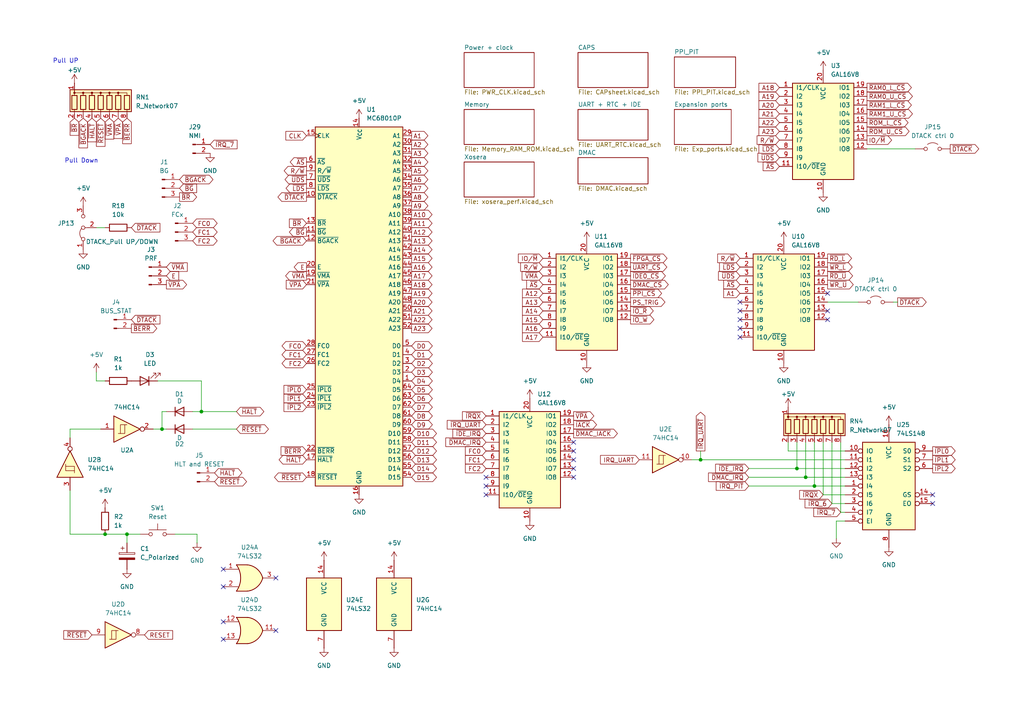
<source format=kicad_sch>
(kicad_sch (version 20250114) (generator "eeschema") (generator_version "9.0")
  (paper "A4")
  (text "Pull Down" (at 23.622 46.736 0) (effects (font (size 1.27 1.27))))
  (text "Pull UP\n" (at 19.05 17.78 0) (effects (font (size 1.27 1.27))))
  (junction (at 30.48 154.94))
  (junction (at 233.68 138.43))
  (junction (at 231.14 135.89))
  (junction (at 36.83 154.94))
  (junction (at 58.42 119.38))
  (junction (at 203.2 133.35))
  (junction (at 236.22 140.97))
  (junction (at 46.99 124.46))
  (no_connect (at 214.63 95.25))
  (no_connect (at 64.77 185.42))
  (no_connect (at 240.03 90.17))
  (no_connect (at 64.77 165.1))
  (no_connect (at 140.97 140.97))
  (no_connect (at 166.37 133.35))
  (no_connect (at 166.37 130.81))
  (no_connect (at 166.37 138.43))
  (no_connect (at 80.01 167.64))
  (no_connect (at 270.51 143.51))
  (no_connect (at 240.03 85.09))
  (no_connect (at 80.01 182.88))
  (no_connect (at 214.63 87.63))
  (no_connect (at 64.77 170.18))
  (no_connect (at 240.03 92.71))
  (no_connect (at 214.63 90.17))
  (no_connect (at 140.97 138.43))
  (no_connect (at 214.63 92.71))
  (no_connect (at 140.97 143.51))
  (no_connect (at 214.63 97.79))
  (no_connect (at 64.77 180.34))
  (no_connect (at 166.37 128.27))
  (no_connect (at 270.51 146.05))
  (no_connect (at 166.37 135.89))
  (wire (pts (xy 45.72 110.49) (xy 58.42 110.49)))
  (wire (pts (xy 46.99 124.46) (xy 48.26 124.46)))
  (wire (pts (xy 236.22 128.27) (xy 236.22 140.97)))
  (wire (pts (xy 36.83 157.48) (xy 36.83 154.94)))
  (wire (pts (xy 46.99 119.38) (xy 46.99 124.46)))
  (wire (pts (xy 57.15 154.94) (xy 57.15 157.48)))
  (wire (pts (xy 238.76 143.51) (xy 238.76 128.27)))
  (wire (pts (xy 20.32 154.94) (xy 30.48 154.94)))
  (wire (pts (xy 55.88 119.38) (xy 58.42 119.38)))
  (wire (pts (xy 217.17 138.43) (xy 233.68 138.43)))
  (wire (pts (xy 240.03 87.63) (xy 248.92 87.63)))
  (wire (pts (xy 251.46 43.18) (xy 265.43 43.18)))
  (wire (pts (xy 27.94 110.49) (xy 30.48 110.49)))
  (wire (pts (xy 259.08 87.63) (xy 260.35 87.63)))
  (wire (pts (xy 27.94 66.04) (xy 30.48 66.04)))
  (wire (pts (xy 243.84 148.59) (xy 243.84 128.27)))
  (wire (pts (xy 241.3 128.27) (xy 241.3 146.05)))
  (wire (pts (xy 203.2 133.35) (xy 245.11 133.35)))
  (wire (pts (xy 46.99 124.46) (xy 44.45 124.46)))
  (wire (pts (xy 50.8 154.94) (xy 57.15 154.94)))
  (wire (pts (xy 241.3 146.05) (xy 245.11 146.05)))
  (wire (pts (xy 58.42 119.38) (xy 68.58 119.38)))
  (wire (pts (xy 236.22 140.97) (xy 245.11 140.97)))
  (wire (pts (xy 27.94 107.95) (xy 27.94 110.49)))
  (wire (pts (xy 228.6 130.81) (xy 245.11 130.81)))
  (wire (pts (xy 242.57 156.21) (xy 242.57 151.13)))
  (wire (pts (xy 30.48 154.94) (xy 36.83 154.94)))
  (wire (pts (xy 233.68 138.43) (xy 245.11 138.43)))
  (wire (pts (xy 228.6 128.27) (xy 228.6 130.81)))
  (wire (pts (xy 233.68 128.27) (xy 233.68 138.43)))
  (wire (pts (xy 242.57 151.13) (xy 245.11 151.13)))
  (wire (pts (xy 48.26 119.38) (xy 46.99 119.38)))
  (wire (pts (xy 231.14 135.89) (xy 245.11 135.89)))
  (wire (pts (xy 245.11 143.51) (xy 238.76 143.51)))
  (wire (pts (xy 245.11 148.59) (xy 243.84 148.59)))
  (wire (pts (xy 55.88 124.46) (xy 68.58 124.46)))
  (wire (pts (xy 217.17 135.89) (xy 231.14 135.89)))
  (wire (pts (xy 20.32 142.24) (xy 20.32 154.94)))
  (wire (pts (xy 58.42 110.49) (xy 58.42 119.38)))
  (wire (pts (xy 20.32 127) (xy 20.32 124.46)))
  (wire (pts (xy 36.83 154.94) (xy 40.64 154.94)))
  (wire (pts (xy 217.17 140.97) (xy 236.22 140.97)))
  (wire (pts (xy 203.2 130.81) (xy 203.2 133.35)))
  (wire (pts (xy 20.32 124.46) (xy 29.21 124.46)))
  (wire (pts (xy 200.66 133.35) (xy 203.2 133.35)))
  (wire (pts (xy 231.14 128.27) (xy 231.14 135.89)))
  (global_label "A16" (shape output) (at 119.38 77.47 0) (property "Intersheetrefs" "${INTERSHEET_REFS}" (effects (hide yes))))
  (global_label "~{IPL1}" (shape output) (at 270.51 133.35 0) (property "Intersheetrefs" "${INTERSHEET_REFS}" (effects (hide yes))))
  (global_label "A14" (shape output) (at 119.38 72.39 0) (property "Intersheetrefs" "${INTERSHEET_REFS}" (effects (hide yes))))
  (global_label "FC2" (shape bidirectional) (at 55.88 69.85 0) (property "Intersheetrefs" "${INTERSHEET_REFS}" (effects (hide yes))))
  (global_label "~{VPA}" (shape input) (at 34.29 34.29 270) (property "Intersheetrefs" "${INTERSHEET_REFS}" (effects (hide yes))))
  (global_label "A7" (shape output) (at 119.38 54.61 0) (property "Intersheetrefs" "${INTERSHEET_REFS}" (effects (hide yes))))
  (global_label "A9" (shape output) (at 119.38 59.69 0) (property "Intersheetrefs" "${INTERSHEET_REFS}" (effects (hide yes))))
  (global_label "~{BERR}" (shape input) (at 88.9 130.81 180) (property "Intersheetrefs" "${INTERSHEET_REFS}" (effects (hide yes))))
  (global_label "~{IRQ_7}" (shape input) (at 60.96 41.91 0) (property "Intersheetrefs" "${INTERSHEET_REFS}" (effects (hide yes))))
  (global_label "~{HALT}" (shape input) (at 26.67 34.29 270) (property "Intersheetrefs" "${INTERSHEET_REFS}" (effects (hide yes))))
  (global_label "PS_TRIG" (shape output) (at 182.88 87.63 0) (property "Intersheetrefs" "${INTERSHEET_REFS}" (effects (hide yes))))
  (global_label "~{WR_L}" (shape output) (at 240.03 77.47 0) (property "Intersheetrefs" "${INTERSHEET_REFS}" (effects (hide yes))))
  (global_label "~{BR}" (shape output) (at 52.07 57.15 0) (property "Intersheetrefs" "${INTERSHEET_REFS}" (effects (hide yes))))
  (global_label "E" (shape output) (at 88.9 77.47 180) (property "Intersheetrefs" "${INTERSHEET_REFS}" (effects (hide yes))))
  (global_label "D10" (shape bidirectional) (at 119.38 125.73 0) (property "Intersheetrefs" "${INTERSHEET_REFS}" (effects (hide yes))))
  (global_label "~{BGACK}" (shape bidirectional) (at 52.07 52.07 0) (property "Intersheetrefs" "${INTERSHEET_REFS}" (effects (hide yes))))
  (global_label "~{LDS}" (shape output) (at 88.9 54.61 180) (property "Intersheetrefs" "${INTERSHEET_REFS}" (effects (hide yes))))
  (global_label "~{DTACK}" (shape output) (at 275.59 43.18 0) (property "Intersheetrefs" "${INTERSHEET_REFS}" (effects (hide yes))))
  (global_label "~{IPL0}" (shape output) (at 270.51 130.81 0) (property "Intersheetrefs" "${INTERSHEET_REFS}" (effects (hide yes))))
  (global_label "~{IRQ_UART}" (shape output) (at 203.2 130.81 90) (property "Intersheetrefs" "${INTERSHEET_REFS}" (effects (hide yes))))
  (global_label "~{RD_L}" (shape output) (at 240.03 74.93 0) (property "Intersheetrefs" "${INTERSHEET_REFS}" (effects (hide yes))))
  (global_label "A23" (shape input) (at 226.06 38.1 180) (property "Intersheetrefs" "${INTERSHEET_REFS}" (effects (hide yes))))
  (global_label "~{IDE_IRQ}" (shape input) (at 140.97 125.73 180) (property "Intersheetrefs" "${INTERSHEET_REFS}" (effects (hide yes))))
  (global_label "A19" (shape input) (at 226.06 27.94 180) (property "Intersheetrefs" "${INTERSHEET_REFS}" (effects (hide yes))))
  (global_label "D0" (shape bidirectional) (at 119.38 100.33 0) (property "Intersheetrefs" "${INTERSHEET_REFS}" (effects (hide yes))))
  (global_label "D12" (shape bidirectional) (at 119.38 130.81 0) (property "Intersheetrefs" "${INTERSHEET_REFS}" (effects (hide yes))))
  (global_label "A20" (shape output) (at 119.38 87.63 0) (property "Intersheetrefs" "${INTERSHEET_REFS}" (effects (hide yes))))
  (global_label "IO{slash}~{M}" (shape output) (at 251.46 40.64 0) (property "Intersheetrefs" "${INTERSHEET_REFS}" (effects (hide yes))))
  (global_label "~{IRQ_UART}" (shape input) (at 140.97 123.19 180) (property "Intersheetrefs" "${INTERSHEET_REFS}" (effects (hide yes))))
  (global_label "A6" (shape output) (at 119.38 52.07 0) (property "Intersheetrefs" "${INTERSHEET_REFS}" (effects (hide yes))))
  (global_label "A20" (shape input) (at 226.06 30.48 180) (property "Intersheetrefs" "${INTERSHEET_REFS}" (effects (hide yes))))
  (global_label "E" (shape input) (at 48.26 80.01 0) (property "Intersheetrefs" "${INTERSHEET_REFS}" (effects (hide yes))))
  (global_label "~{DTACK}" (shape output) (at 260.35 87.63 0) (property "Intersheetrefs" "${INTERSHEET_REFS}" (effects (hide yes))))
  (global_label "~{RESET}" (shape input) (at 26.67 184.15 180) (property "Intersheetrefs" "${INTERSHEET_REFS}" (effects (hide yes))))
  (global_label "R{slash}~{W}" (shape input) (at 214.63 74.93 180) (property "Intersheetrefs" "${INTERSHEET_REFS}" (effects (hide yes))))
  (global_label "~{VPA}" (shape output) (at 166.37 120.65 0) (property "Intersheetrefs" "${INTERSHEET_REFS}" (effects (hide yes))))
  (global_label "A13" (shape input) (at 157.48 87.63 180) (property "Intersheetrefs" "${INTERSHEET_REFS}" (effects (hide yes))))
  (global_label "D9" (shape bidirectional) (at 119.38 123.19 0) (property "Intersheetrefs" "${INTERSHEET_REFS}" (effects (hide yes))))
  (global_label "~{ROM_U_CS}" (shape output) (at 251.46 38.1 0) (property "Intersheetrefs" "${INTERSHEET_REFS}" (effects (hide yes))))
  (global_label "~{IPL2}" (shape output) (at 270.51 135.89 0) (property "Intersheetrefs" "${INTERSHEET_REFS}" (effects (hide yes))))
  (global_label "D3" (shape bidirectional) (at 119.38 107.95 0) (property "Intersheetrefs" "${INTERSHEET_REFS}" (effects (hide yes))))
  (global_label "R{slash}~{W}" (shape input) (at 226.06 40.64 180) (property "Intersheetrefs" "${INTERSHEET_REFS}" (effects (hide yes))))
  (global_label "~{ROM_L_CS}" (shape output) (at 251.46 35.56 0) (property "Intersheetrefs" "${INTERSHEET_REFS}" (effects (hide yes))))
  (global_label "~{BG}" (shape input) (at 52.07 54.61 0) (property "Intersheetrefs" "${INTERSHEET_REFS}" (effects (hide yes))))
  (global_label "~{HALT}" (shape bidirectional) (at 68.58 119.38 0) (property "Intersheetrefs" "${INTERSHEET_REFS}" (effects (hide yes))))
  (global_label "~{VMA}" (shape input) (at 48.26 77.47 0) (property "Intersheetrefs" "${INTERSHEET_REFS}" (effects (hide yes))))
  (global_label "~{DTACK}" (shape input) (at 38.1 66.04 0) (property "Intersheetrefs" "${INTERSHEET_REFS}" (effects (hide yes))))
  (global_label "A22" (shape input) (at 226.06 35.56 180) (property "Intersheetrefs" "${INTERSHEET_REFS}" (effects (hide yes))))
  (global_label "A15" (shape input) (at 157.48 92.71 180) (property "Intersheetrefs" "${INTERSHEET_REFS}" (effects (hide yes))))
  (global_label "A1" (shape output) (at 119.38 39.37 0) (property "Intersheetrefs" "${INTERSHEET_REFS}" (effects (hide yes))))
  (global_label "~{DMAC_IRQ}" (shape input) (at 140.97 128.27 180) (property "Intersheetrefs" "${INTERSHEET_REFS}" (effects (hide yes))))
  (global_label "A22" (shape output) (at 119.38 92.71 0) (property "Intersheetrefs" "${INTERSHEET_REFS}" (effects (hide yes))))
  (global_label "~{BR}" (shape input) (at 21.59 34.29 270) (property "Intersheetrefs" "${INTERSHEET_REFS}" (effects (hide yes))))
  (global_label "A23" (shape output) (at 119.38 95.25 0) (property "Intersheetrefs" "${INTERSHEET_REFS}" (effects (hide yes))))
  (global_label "~{LDS}" (shape input) (at 226.06 43.18 180) (property "Intersheetrefs" "${INTERSHEET_REFS}" (effects (hide yes))))
  (global_label "~{LDS}" (shape input) (at 214.63 77.47 180) (property "Intersheetrefs" "${INTERSHEET_REFS}" (effects (hide yes))))
  (global_label "A2" (shape output) (at 119.38 41.91 0) (property "Intersheetrefs" "${INTERSHEET_REFS}" (effects (hide yes))))
  (global_label "~{DTACK}" (shape output) (at 88.9 57.15 180) (property "Intersheetrefs" "${INTERSHEET_REFS}" (effects (hide yes))))
  (global_label "~{FPGA_CS}" (shape output) (at 182.88 74.93 0) (property "Intersheetrefs" "${INTERSHEET_REFS}" (effects (hide yes))))
  (global_label "~{BGACK}" (shape bidirectional) (at 88.9 69.85 180) (property "Intersheetrefs" "${INTERSHEET_REFS}" (effects (hide yes))))
  (global_label "FC0" (shape bidirectional) (at 55.88 64.77 0) (property "Intersheetrefs" "${INTERSHEET_REFS}" (effects (hide yes))))
  (global_label "R{slash}~{W}" (shape output) (at 88.9 49.53 180) (property "Intersheetrefs" "${INTERSHEET_REFS}" (effects (hide yes))))
  (global_label "A10" (shape output) (at 119.38 62.23 0) (property "Intersheetrefs" "${INTERSHEET_REFS}" (effects (hide yes))))
  (global_label "~{UDS}" (shape input) (at 214.63 80.01 180) (property "Intersheetrefs" "${INTERSHEET_REFS}" (effects (hide yes))))
  (global_label "A14" (shape input) (at 157.48 90.17 180) (property "Intersheetrefs" "${INTERSHEET_REFS}" (effects (hide yes))))
  (global_label "~{UDS}" (shape input) (at 226.06 45.72 180) (property "Intersheetrefs" "${INTERSHEET_REFS}" (effects (hide yes))))
  (global_label "~{HALT}" (shape bidirectional) (at 88.9 133.35 180) (property "Intersheetrefs" "${INTERSHEET_REFS}" (effects (hide yes))))
  (global_label "A11" (shape output) (at 119.38 64.77 0) (property "Intersheetrefs" "${INTERSHEET_REFS}" (effects (hide yes))))
  (global_label "D8" (shape bidirectional) (at 119.38 120.65 0) (property "Intersheetrefs" "${INTERSHEET_REFS}" (effects (hide yes))))
  (global_label "D1" (shape bidirectional) (at 119.38 102.87 0) (property "Intersheetrefs" "${INTERSHEET_REFS}" (effects (hide yes))))
  (global_label "A17" (shape input) (at 157.48 97.79 180) (property "Intersheetrefs" "${INTERSHEET_REFS}" (effects (hide yes))))
  (global_label "~{DTACK}" (shape input) (at 38.1 92.71 0) (property "Intersheetrefs" "${INTERSHEET_REFS}" (effects (hide yes))))
  (global_label "A15" (shape output) (at 119.38 74.93 0) (property "Intersheetrefs" "${INTERSHEET_REFS}" (effects (hide yes))))
  (global_label "~{IDE0_CS}" (shape output) (at 182.88 80.01 0) (property "Intersheetrefs" "${INTERSHEET_REFS}" (effects (hide yes))))
  (global_label "~{DMAC_IRQ}" (shape input) (at 217.17 138.43 180) (property "Intersheetrefs" "${INTERSHEET_REFS}" (effects (hide yes))))
  (global_label "~{DMAC_IACK}" (shape output) (at 166.37 125.73 0) (property "Intersheetrefs" "${INTERSHEET_REFS}" (effects (hide yes))))
  (global_label "A21" (shape output) (at 119.38 90.17 0) (property "Intersheetrefs" "${INTERSHEET_REFS}" (effects (hide yes))))
  (global_label "~{VMA}" (shape output) (at 88.9 80.01 180) (property "Intersheetrefs" "${INTERSHEET_REFS}" (effects (hide yes))))
  (global_label "~{IO_R}" (shape output) (at 182.88 90.17 0) (property "Intersheetrefs" "${INTERSHEET_REFS}" (effects (hide yes))))
  (global_label "A18" (shape input) (at 226.06 25.4 180) (property "Intersheetrefs" "${INTERSHEET_REFS}" (effects (hide yes))))
  (global_label "~{DMAC_CS}" (shape output) (at 182.88 82.55 0) (property "Intersheetrefs" "${INTERSHEET_REFS}" (effects (hide yes))))
  (global_label "D7" (shape bidirectional) (at 119.38 118.11 0) (property "Intersheetrefs" "${INTERSHEET_REFS}" (effects (hide yes))))
  (global_label "~{WR_U}" (shape output) (at 240.03 82.55 0) (property "Intersheetrefs" "${INTERSHEET_REFS}" (effects (hide yes))))
  (global_label "D11" (shape bidirectional) (at 119.38 128.27 0) (property "Intersheetrefs" "${INTERSHEET_REFS}" (effects (hide yes))))
  (global_label "~{IPL0}" (shape input) (at 88.9 113.03 180) (property "Intersheetrefs" "${INTERSHEET_REFS}" (effects (hide yes))))
  (global_label "~{RD_U}" (shape output) (at 240.03 80.01 0) (property "Intersheetrefs" "${INTERSHEET_REFS}" (effects (hide yes))))
  (global_label "FC1" (shape input) (at 140.97 133.35 180) (property "Intersheetrefs" "${INTERSHEET_REFS}" (effects (hide yes))))
  (global_label "~{RAM0_L_CS}" (shape output) (at 251.46 25.4 0) (property "Intersheetrefs" "${INTERSHEET_REFS}" (effects (hide yes))))
  (global_label "A16" (shape input) (at 157.48 95.25 180) (property "Intersheetrefs" "${INTERSHEET_REFS}" (effects (hide yes))))
  (global_label "FC0" (shape bidirectional) (at 88.9 100.33 180) (property "Intersheetrefs" "${INTERSHEET_REFS}" (effects (hide yes))))
  (global_label "A8" (shape output) (at 119.38 57.15 0) (property "Intersheetrefs" "${INTERSHEET_REFS}" (effects (hide yes))))
  (global_label "FC2" (shape input) (at 140.97 135.89 180) (property "Intersheetrefs" "${INTERSHEET_REFS}" (effects (hide yes))))
  (global_label "~{AS}" (shape input) (at 214.63 82.55 180) (property "Intersheetrefs" "${INTERSHEET_REFS}" (effects (hide yes))))
  (global_label "A21" (shape input) (at 226.06 33.02 180) (property "Intersheetrefs" "${INTERSHEET_REFS}" (effects (hide yes))))
  (global_label "D15" (shape bidirectional) (at 119.38 138.43 0) (property "Intersheetrefs" "${INTERSHEET_REFS}" (effects (hide yes))))
  (global_label "~{HALT}" (shape bidirectional) (at 62.23 137.16 0) (property "Intersheetrefs" "${INTERSHEET_REFS}" (effects (hide yes))))
  (global_label "~{RESET}" (shape bidirectional) (at 88.9 138.43 180) (property "Intersheetrefs" "${INTERSHEET_REFS}" (effects (hide yes))))
  (global_label "CLK" (shape input) (at 88.9 39.37 180) (property "Intersheetrefs" "${INTERSHEET_REFS}" (effects (hide yes))))
  (global_label "D4" (shape bidirectional) (at 119.38 110.49 0) (property "Intersheetrefs" "${INTERSHEET_REFS}" (effects (hide yes))))
  (global_label "~{UDS}" (shape output) (at 88.9 52.07 180) (property "Intersheetrefs" "${INTERSHEET_REFS}" (effects (hide yes))))
  (global_label "A3" (shape output) (at 119.38 44.45 0) (property "Intersheetrefs" "${INTERSHEET_REFS}" (effects (hide yes))))
  (global_label "~{IRQ_7}" (shape input) (at 243.84 148.59 180) (property "Intersheetrefs" "${INTERSHEET_REFS}" (effects (hide yes))))
  (global_label "~{AS}" (shape input) (at 226.06 48.26 180) (property "Intersheetrefs" "${INTERSHEET_REFS}" (effects (hide yes))))
  (global_label "D13" (shape bidirectional) (at 119.38 133.35 0) (property "Intersheetrefs" "${INTERSHEET_REFS}" (effects (hide yes))))
  (global_label "~{IO_W}" (shape output) (at 182.88 92.71 0) (property "Intersheetrefs" "${INTERSHEET_REFS}" (effects (hide yes))))
  (global_label "~{IPL1}" (shape input) (at 88.9 115.57 180) (property "Intersheetrefs" "${INTERSHEET_REFS}" (effects (hide yes))))
  (global_label "~{BG}" (shape output) (at 88.9 67.31 180) (property "Intersheetrefs" "${INTERSHEET_REFS}" (effects (hide yes))))
  (global_label "FC0" (shape input) (at 140.97 130.81 180) (property "Intersheetrefs" "${INTERSHEET_REFS}" (effects (hide yes))))
  (global_label "~{AS}" (shape output) (at 88.9 46.99 180) (property "Intersheetrefs" "${INTERSHEET_REFS}" (effects (hide yes))))
  (global_label "~{VMA}" (shape input) (at 157.48 80.01 180) (property "Intersheetrefs" "${INTERSHEET_REFS}" (effects (hide yes))))
  (global_label "R{slash}~{W}" (shape input) (at 157.48 77.47 180) (property "Intersheetrefs" "${INTERSHEET_REFS}" (effects (hide yes))))
  (global_label "~{VPA}" (shape input) (at 88.9 82.55 180) (property "Intersheetrefs" "${INTERSHEET_REFS}" (effects (hide yes))))
  (global_label "~{IRQ_6}" (shape input) (at 241.3 146.05 180) (property "Intersheetrefs" "${INTERSHEET_REFS}" (effects (hide yes))))
  (global_label "~{IRQ_PIT}" (shape input) (at 217.17 140.97 180) (property "Intersheetrefs" "${INTERSHEET_REFS}" (effects (hide yes))))
  (global_label "~{RAM0_U_CS}" (shape output) (at 251.46 27.94 0) (property "Intersheetrefs" "${INTERSHEET_REFS}" (effects (hide yes))))
  (global_label "~{RESET}" (shape input) (at 29.21 34.29 270) (property "Intersheetrefs" "${INTERSHEET_REFS}" (effects (hide yes))))
  (global_label "A12" (shape output) (at 119.38 67.31 0) (property "Intersheetrefs" "${INTERSHEET_REFS}" (effects (hide yes))))
  (global_label "A12" (shape input) (at 157.48 85.09 180) (property "Intersheetrefs" "${INTERSHEET_REFS}" (effects (hide yes))))
  (global_label "~{IRQX}" (shape input) (at 238.76 143.51 180) (property "Intersheetrefs" "${INTERSHEET_REFS}" (effects (hide yes))))
  (global_label "FC1" (shape bidirectional) (at 55.88 67.31 0) (property "Intersheetrefs" "${INTERSHEET_REFS}" (effects (hide yes))))
  (global_label "~{BGACK}" (shape input) (at 24.13 34.29 270) (property "Intersheetrefs" "${INTERSHEET_REFS}" (effects (hide yes))))
  (global_label "D2" (shape bidirectional) (at 119.38 105.41 0) (property "Intersheetrefs" "${INTERSHEET_REFS}" (effects (hide yes))))
  (global_label "~{BERR}" (shape output) (at 38.1 95.25 0) (property "Intersheetrefs" "${INTERSHEET_REFS}" (effects (hide yes))))
  (global_label "RESET" (shape input) (at 41.91 184.15 0) (property "Intersheetrefs" "${INTERSHEET_REFS}" (effects (hide yes))))
  (global_label "~{RESET}" (shape bidirectional) (at 68.58 124.46 0) (property "Intersheetrefs" "${INTERSHEET_REFS}" (effects (hide yes))))
  (global_label "~{BR}" (shape input) (at 88.9 64.77 180) (property "Intersheetrefs" "${INTERSHEET_REFS}" (effects (hide yes))))
  (global_label "~{IRQX}" (shape input) (at 140.97 120.65 180) (property "Intersheetrefs" "${INTERSHEET_REFS}" (effects (hide yes))))
  (global_label "A1" (shape input) (at 214.63 85.09 180) (property "Intersheetrefs" "${INTERSHEET_REFS}" (effects (hide yes))))
  (global_label "A5" (shape output) (at 119.38 49.53 0) (property "Intersheetrefs" "${INTERSHEET_REFS}" (effects (hide yes))))
  (global_label "~{RESET}" (shape bidirectional) (at 62.23 139.7 0) (property "Intersheetrefs" "${INTERSHEET_REFS}" (effects (hide yes))))
  (global_label "IO{slash}~{M}" (shape input) (at 157.48 74.93 180) (property "Intersheetrefs" "${INTERSHEET_REFS}" (effects (hide yes))))
  (global_label "FC2" (shape bidirectional) (at 88.9 105.41 180) (property "Intersheetrefs" "${INTERSHEET_REFS}" (effects (hide yes))))
  (global_label "~{UART_CS}" (shape output) (at 182.88 77.47 0) (property "Intersheetrefs" "${INTERSHEET_REFS}" (effects (hide yes))))
  (global_label "D6" (shape bidirectional) (at 119.38 115.57 0) (property "Intersheetrefs" "${INTERSHEET_REFS}" (effects (hide yes))))
  (global_label "D5" (shape bidirectional) (at 119.38 113.03 0) (property "Intersheetrefs" "${INTERSHEET_REFS}" (effects (hide yes))))
  (global_label "~{PPI_CS}" (shape output) (at 182.88 85.09 0) (property "Intersheetrefs" "${INTERSHEET_REFS}" (effects (hide yes))))
  (global_label "~{RAM1_U_CS}" (shape output) (at 251.46 33.02 0) (property "Intersheetrefs" "${INTERSHEET_REFS}" (effects (hide yes))))
  (global_label "~{IDE_IRQ}" (shape input) (at 217.17 135.89 180) (property "Intersheetrefs" "${INTERSHEET_REFS}" (effects (hide yes))))
  (global_label "~{IACK}" (shape output) (at 166.37 123.19 0) (property "Intersheetrefs" "${INTERSHEET_REFS}" (effects (hide yes))))
  (global_label "A4" (shape output) (at 119.38 46.99 0) (property "Intersheetrefs" "${INTERSHEET_REFS}" (effects (hide yes))))
  (global_label "~{VPA}" (shape output) (at 48.26 82.55 0) (property "Intersheetrefs" "${INTERSHEET_REFS}" (effects (hide yes))))
  (global_label "A18" (shape output) (at 119.38 82.55 0) (property "Intersheetrefs" "${INTERSHEET_REFS}" (effects (hide yes))))
  (global_label "~{IPL2}" (shape input) (at 88.9 118.11 180) (property "Intersheetrefs" "${INTERSHEET_REFS}" (effects (hide yes))))
  (global_label "~{VMA}" (shape input) (at 31.75 34.29 270) (property "Intersheetrefs" "${INTERSHEET_REFS}" (effects (hide yes))))
  (global_label "~{RAM1_L_CS}" (shape output) (at 251.46 30.48 0) (property "Intersheetrefs" "${INTERSHEET_REFS}" (effects (hide yes))))
  (global_label "~{BERR}" (shape input) (at 36.83 34.29 270) (property "Intersheetrefs" "${INTERSHEET_REFS}" (effects (hide yes))))
  (global_label "IRQ_UART" (shape input) (at 185.42 133.35 180) (property "Intersheetrefs" "${INTERSHEET_REFS}" (effects (hide yes))))
  (global_label "FC1" (shape bidirectional) (at 88.9 102.87 180) (property "Intersheetrefs" "${INTERSHEET_REFS}" (effects (hide yes))))
  (global_label "A19" (shape output) (at 119.38 85.09 0) (property "Intersheetrefs" "${INTERSHEET_REFS}" (effects (hide yes))))
  (global_label "D14" (shape bidirectional) (at 119.38 135.89 0) (property "Intersheetrefs" "${INTERSHEET_REFS}" (effects (hide yes))))
  (global_label "~{AS}" (shape input) (at 157.48 82.55 180) (property "Intersheetrefs" "${INTERSHEET_REFS}" (effects (hide yes))))
  (global_label "A17" (shape output) (at 119.38 80.01 0) (property "Intersheetrefs" "${INTERSHEET_REFS}" (effects (hide yes))))
  (global_label "A13" (shape output) (at 119.38 69.85 0) (property "Intersheetrefs" "${INTERSHEET_REFS}" (effects (hide yes))))
  (symbol (lib_id "Device:R") (at 30.48 151.13 180) (unit 1)
    (property "Reference" "R2" (at 33.02 149.8599 0) (effects (justify right)))
    (property "Value" "1k" (at 33.02 152.3999 0) (effects (justify right)))
    (property "Footprint" "Resistor_THT:R_Axial_DIN0207_L6.3mm_D2.5mm_P10.16mm_Horizontal" (effects (hide yes)))
    (property "Description" "Resistor" (effects (hide yes)))
  )
  (symbol (lib_id "74xx:74LS32") (at 93.98 175.26 0) (unit 5)
    (property "Reference" "U24" (at 100.33 173.9899 0) (effects (justify left)))
    (property "Value" "74LS32" (at 100.33 176.5299 0) (effects (justify left)))
    (property "Footprint" "Package_DIP:DIP-14_W7.62mm_Socket_LongPads" (effects (hide yes)))
    (property "Datasheet" "http://www.ti.com/lit/gpn/sn74LS32" (effects (hide yes)))
    (property "Description" "Quad 2-input OR" (effects (hide yes)))
  )
  (symbol (lib_id "74xx:74HC14") (at 193.04 133.35 0) (unit 5)
    (property "Reference" "U2" (at 193.04 124.46 0))
    (property "Value" "74HC14" (at 193.04 127 0))
    (property "Footprint" "Package_DIP:DIP-14_W7.62mm_Socket_LongPads" (effects (hide yes)))
    (property "Datasheet" "http://www.ti.com/lit/gpn/sn74HC14" (effects (hide yes)))
    (property "Description" "Hex inverter schmitt trigger" (effects (hide yes)))
  )
  (symbol (lib_id "power:GND") (at 170.18 105.41 0) (unit 1)
    (property "Reference" "#PWR25" (effects (hide yes)))
    (property "Value" "GND" (at 170.18 110.49 0))
    (property "Description" "Power symbol creates a global label with name \"GND\" , ground" (effects (hide yes)))
  )
  (symbol (lib_id "74xx:74HC14") (at 36.83 124.46 0) (unit 1)
    (property "Reference" "U2" (at 36.83 130.556 0))
    (property "Value" "74HC14" (at 36.83 118.11 0))
    (property "Footprint" "Package_DIP:DIP-14_W7.62mm_Socket_LongPads" (effects (hide yes)))
    (property "Datasheet" "http://www.ti.com/lit/gpn/sn74HC14" (effects (hide yes)))
    (property "Description" "Hex inverter schmitt trigger" (effects (hide yes)))
  )
  (symbol (lib_id "power:+5V") (at 114.3 162.56 0) (unit 1)
    (property "Reference" "#PWR080" (effects (hide yes)))
    (property "Value" "+5V" (at 114.3 157.48 0))
    (property "Description" "Power symbol creates a global label with name \"+5V\"" (effects (hide yes)))
  )
  (symbol (lib_id "power:+5V") (at 238.76 20.32 0) (unit 1)
    (property "Reference" "#PWR15" (effects (hide yes)))
    (property "Value" "+5V" (at 238.76 15.24 0))
    (property "Description" "Power symbol creates a global label with name \"+5V\"" (effects (hide yes)))
  )
  (symbol (lib_id "Device:D") (at 52.07 124.46 0) (unit 1)
    (property "Reference" "D2" (at 52.07 128.778 0))
    (property "Value" "D" (at 52.07 127 0))
    (property "Footprint" "Diode_THT:D_DO-35_SOD27_P7.62mm_Horizontal" (effects (hide yes)))
    (property "Description" "Diode" (effects (hide yes)))
    (property "Sim.Device" "D" (effects (hide yes)))
    (property "Sim.Pins" "1=K 2=A" (effects (hide yes)))
  )
  (symbol (lib_id "power:GND") (at 104.14 143.51 0) (unit 1)
    (property "Reference" "#PWR1" (effects (hide yes)))
    (property "Value" "GND" (at 104.14 148.59 0))
    (property "Description" "Power symbol creates a global label with name \"GND\" , ground" (effects (hide yes)))
  )
  (symbol (lib_id "power:GND") (at 227.33 105.41 0) (unit 1)
    (property "Reference" "#PWR17" (effects (hide yes)))
    (property "Value" "GND" (at 227.33 110.49 0))
    (property "Description" "Power symbol creates a global label with name \"GND\" , ground" (effects (hide yes)))
  )
  (symbol (lib_id "power:+5V") (at 257.81 123.19 0) (unit 1)
    (property "Reference" "#PWR0107" (effects (hide yes)))
    (property "Value" "+5V" (at 257.81 118.11 0))
    (property "Description" "Power symbol creates a global label with name \"+5V\"" (effects (hide yes)))
  )
  (symbol (lib_id "Switch:SW_Push") (at 45.72 154.94 0) (unit 1)
    (property "Reference" "SW1" (at 45.72 147.32 0))
    (property "Value" "Reset" (at 45.72 149.86 0))
    (property "Footprint" "Button_Switch_THT:SW_PUSH_6mm" (effects (hide yes)))
    (property "Description" "Push button switch, generic, two pins" (effects (hide yes)))
  )
  (symbol (lib_id "power:+5V") (at 27.94 107.95 0) (unit 1)
    (property "Reference" "#PWR3" (effects (hide yes)))
    (property "Value" "+5V" (at 27.94 102.87 0))
    (property "Description" "Power symbol creates a global label with name \"+5V\"" (effects (hide yes)))
  )
  (symbol (lib_id "power:+5V") (at 21.59 24.13 0) (unit 1)
    (property "Reference" "#PWR078" (effects (hide yes)))
    (property "Value" "+5V" (at 21.59 20.32 0))
    (property "Description" "Power symbol creates a global label with name \"+5V\"" (effects (hide yes)))
  )
  (symbol (lib_id "Device:R_Network07") (at 29.21 29.21 0) (unit 1)
    (property "Reference" "RN1" (at 39.37 28.1939 0) (effects (justify left)))
    (property "Value" "R_Network07" (at 39.37 30.7339 0) (effects (justify left)))
    (property "Footprint" "Resistor_THT:R_Array_SIP8" (effects (hide yes)))
    (property "Datasheet" "http://www.vishay.com/docs/31509/csc.pdf" (effects (hide yes)))
    (property "Description" "7 resistor network, star topology, bussed resistors, small symbol" (effects (hide yes)))
  )
  (symbol (lib_id "Logic_Programmable:GAL16V8") (at 153.67 133.35 0) (unit 1)
    (property "Reference" "U12" (at 155.8641 114.3 0) (effects (justify left)))
    (property "Value" "GAL16V8" (at 155.8641 116.84 0) (effects (justify left)))
    (property "Footprint" "Package_DIP:DIP-20_W7.62mm_Socket_LongPads" (effects (hide yes)))
    (property "Description" "Programmable Logic Array, DIP-20/SOIC-20/PLCC-20" (effects (hide yes)))
  )
  (symbol (lib_id "Device:D") (at 52.07 119.38 0) (unit 1)
    (property "Reference" "D1" (at 52.07 114.3 0))
    (property "Value" "D" (at 52.07 116.332 0))
    (property "Footprint" "Diode_THT:D_DO-35_SOD27_P7.62mm_Horizontal" (effects (hide yes)))
    (property "Description" "Diode" (effects (hide yes)))
    (property "Sim.Device" "D" (effects (hide yes)))
    (property "Sim.Pins" "1=K 2=A" (effects (hide yes)))
  )
  (symbol (lib_id "Jumper:Jumper_2_Open") (at 270.51 43.18 0) (unit 1)
    (property "Reference" "JP15" (at 270.51 36.83 0))
    (property "Value" "DTACK ctrl 0" (at 270.51 39.37 0))
    (property "Footprint" "Connector_PinHeader_2.54mm:PinHeader_1x02_P2.54mm_Vertical" (effects (hide yes)))
    (property "Description" "Jumper, 2-pole, open" (effects (hide yes)))
  )
  (symbol (lib_id "power:GND") (at 36.83 165.1 0) (unit 1)
    (property "Reference" "#PWR6" (effects (hide yes)))
    (property "Value" "GND" (at 36.83 170.18 0))
    (property "Description" "Power symbol creates a global label with name \"GND\" , ground" (effects (hide yes)))
  )
  (symbol (lib_id "Device:LED") (at 41.91 110.49 180) (unit 1)
    (property "Reference" "D3" (at 43.4975 102.87 0))
    (property "Value" "LED" (at 43.4975 105.41 0))
    (property "Footprint" "LED_THT:LED_D4.0mm" (effects (hide yes)))
    (property "Description" "Light emitting diode" (effects (hide yes)))
    (property "Sim.Pins" "1=K 2=A" (effects (hide yes)))
  )
  (symbol (lib_id "power:+5V") (at 153.67 115.57 0) (unit 1)
    (property "Reference" "#PWR26" (effects (hide yes)))
    (property "Value" "+5V" (at 153.67 110.49 0))
    (property "Description" "Power symbol creates a global label with name \"+5V\"" (effects (hide yes)))
  )
  (symbol (lib_id "power:GND") (at 257.81 158.75 0) (unit 1)
    (property "Reference" "#PWR0108" (effects (hide yes)))
    (property "Value" "GND" (at 257.81 163.83 0))
    (property "Description" "Power symbol creates a global label with name \"GND\" , ground" (effects (hide yes)))
  )
  (symbol (lib_id "power:GND") (at 153.67 151.13 0) (unit 1)
    (property "Reference" "#PWR27" (effects (hide yes)))
    (property "Value" "GND" (at 153.67 156.21 0))
    (property "Description" "Power symbol creates a global label with name \"GND\" , ground" (effects (hide yes)))
  )
  (symbol (lib_id "Jumper:Jumper_2_Open") (at 254 87.63 0) (unit 1)
    (property "Reference" "JP14" (at 254 81.28 0))
    (property "Value" "DTACK ctrl 0" (at 254 83.82 0))
    (property "Footprint" "Connector_PinHeader_2.54mm:PinHeader_1x02_P2.54mm_Vertical" (effects (hide yes)))
    (property "Description" "Jumper, 2-pole, open" (effects (hide yes)))
  )
  (symbol (lib_id "Connector:Conn_01x03_Pin") (at 50.8 67.31 0) (unit 1)
    (property "Reference" "J2" (at 51.435 59.69 0))
    (property "Value" "FCx" (at 51.435 62.23 0))
    (property "Footprint" "Connector_PinHeader_2.54mm:PinHeader_1x03_P2.54mm_Vertical" (effects (hide yes)))
    (property "Description" "Generic connector, single row, 01x03, script generated" (effects (hide yes)))
  )
  (symbol (lib_id "Device:R") (at 34.29 66.04 90) (unit 1)
    (property "Reference" "R18" (at 34.29 59.69 90))
    (property "Value" "10k" (at 34.29 62.23 90))
    (property "Footprint" "Resistor_THT:R_Axial_DIN0207_L6.3mm_D2.5mm_P10.16mm_Horizontal" (effects (hide yes)))
    (property "Description" "Resistor" (effects (hide yes)))
  )
  (symbol (lib_id "power:GND") (at 242.57 156.21 0) (unit 1)
    (property "Reference" "#PWR0109" (effects (hide yes)))
    (property "Value" "GND" (at 242.57 161.29 0))
    (property "Description" "Power symbol creates a global label with name \"GND\" , ground" (effects (hide yes)))
  )
  (symbol (lib_id "Connector:Conn_01x03_Pin") (at 46.99 54.61 0) (unit 1)
    (property "Reference" "J1" (at 47.625 46.99 0))
    (property "Value" "BG" (at 47.625 49.53 0))
    (property "Footprint" "Connector_PinHeader_2.54mm:PinHeader_1x03_P2.54mm_Vertical" (effects (hide yes)))
    (property "Description" "Generic connector, single row, 01x03, script generated" (effects (hide yes)))
  )
  (symbol (lib_id "CPU_NXP_68000:MC68010P") (at 104.14 90.17 0) (unit 1)
    (property "Reference" "U1" (at 106.2833 31.75 0) (effects (justify left)))
    (property "Value" "MC68010P" (at 106.2833 34.29 0) (effects (justify left)))
    (property "Footprint" "Package_DIP:DIP-64_W22.86mm_Socket_LongPads" (effects (hide yes)))
    (property "Datasheet" "https://www.nxp.com/docs/en/reference-manual/MC68000UM.pdf" (effects (hide yes)))
    (property "Description" "16/32-bit microprocessor, 16-bit external data bus, 23-bit external address bus (effectively 24-bit), virtual memory support, loop mode, DIP-64 (900 mil, case 754-01)" (effects (hide yes)))
  )
  (symbol (lib_id "74xx:74HC14") (at 34.29 184.15 0) (unit 4)
    (property "Reference" "U2" (at 34.29 175.26 0))
    (property "Value" "74HC14" (at 34.29 177.8 0))
    (property "Footprint" "Package_DIP:DIP-14_W7.62mm_Socket_LongPads" (effects (hide yes)))
    (property "Datasheet" "http://www.ti.com/lit/gpn/sn74HC14" (effects (hide yes)))
    (property "Description" "Hex inverter schmitt trigger" (effects (hide yes)))
  )
  (symbol (lib_id "Device:R") (at 34.29 110.49 90) (unit 1)
    (property "Reference" "R1" (at 34.29 104.14 90))
    (property "Value" "1k" (at 34.29 106.68 90))
    (property "Footprint" "Resistor_THT:R_Axial_DIN0207_L6.3mm_D2.5mm_P10.16mm_Horizontal" (effects (hide yes)))
    (property "Description" "Resistor" (effects (hide yes)))
  )
  (symbol (lib_id "power:GND") (at 24.13 72.39 0) (unit 1)
    (property "Reference" "#PWR077" (effects (hide yes)))
    (property "Value" "GND" (at 24.13 77.47 0))
    (property "Description" "Power symbol creates a global label with name \"GND\" , ground" (effects (hide yes)))
  )
  (symbol (lib_id "power:+5V") (at 104.14 34.29 0) (unit 1)
    (property "Reference" "#PWR2" (effects (hide yes)))
    (property "Value" "+5V" (at 104.14 29.21 0))
    (property "Description" "Power symbol creates a global label with name \"+5V\"" (effects (hide yes)))
  )
  (symbol (lib_id "power:+5V") (at 228.6 118.11 0) (unit 1)
    (property "Reference" "#PWR0106" (effects (hide yes)))
    (property "Value" "+5V" (at 228.6 114.3 0))
    (property "Description" "Power symbol creates a global label with name \"+5V\"" (effects (hide yes)))
  )
  (symbol (lib_id "74xx:74HC14") (at 114.3 175.26 0) (unit 7)
    (property "Reference" "U2" (at 120.65 173.9899 0) (effects (justify left)))
    (property "Value" "74HC14" (at 120.65 176.5299 0) (effects (justify left)))
    (property "Footprint" "Package_DIP:DIP-14_W7.62mm_Socket_LongPads" (effects (hide yes)))
    (property "Datasheet" "http://www.ti.com/lit/gpn/sn74HC14" (effects (hide yes)))
    (property "Description" "Hex inverter schmitt trigger" (effects (hide yes)))
  )
  (symbol (lib_id "Jumper:Jumper_3_Bridged12") (at 24.13 66.04 90) (unit 1) (in_bom no)
    (property "Reference" "JP13" (at 21.59 64.7699 90) (effects (justify left)))
    (property "Value" "DTACK_Pull UP/DOWN" (at 45.974 70.104 90) (effects (justify left)))
    (property "Footprint" "Connector_PinHeader_2.54mm:PinHeader_1x03_P2.54mm_Vertical" (effects (hide yes)))
    (property "Description" "Jumper, 3-pole, pins 1+2 closed/bridged" (effects (hide yes)))
  )
  (symbol (lib_id "power:GND") (at 60.96 44.45 0) (unit 1)
    (property "Reference" "#PWR0162" (effects (hide yes)))
    (property "Value" "GND" (at 60.96 49.53 0))
    (property "Description" "Power symbol creates a global label with name \"GND\" , ground" (effects (hide yes)))
  )
  (symbol (lib_id "power:+5V") (at 30.48 147.32 0) (unit 1)
    (property "Reference" "#PWR4" (effects (hide yes)))
    (property "Value" "+5V" (at 30.48 142.24 0))
    (property "Description" "Power symbol creates a global label with name \"+5V\"" (effects (hide yes)))
  )
  (symbol (lib_id "power:GND") (at 114.3 187.96 0) (unit 1)
    (property "Reference" "#PWR079" (effects (hide yes)))
    (property "Value" "GND" (at 114.3 193.04 0))
    (property "Description" "Power symbol creates a global label with name \"GND\" , ground" (effects (hide yes)))
  )
  (symbol (lib_id "Device:R_Network07") (at 236.22 123.19 0) (unit 1)
    (property "Reference" "RN4" (at 246.38 122.1739 0) (effects (justify left)))
    (property "Value" "R_Network07" (at 246.38 124.7139 0) (effects (justify left)))
    (property "Footprint" "Resistor_THT:R_Array_SIP8" (effects (hide yes)))
    (property "Datasheet" "http://www.vishay.com/docs/31509/csc.pdf" (effects (hide yes)))
    (property "Description" "7 resistor network, star topology, bussed resistors, small symbol" (effects (hide yes)))
  )
  (symbol (lib_id "74xx:74LS32") (at 72.39 167.64 0) (unit 1)
    (property "Reference" "U24" (at 72.39 158.75 0))
    (property "Value" "74LS32" (at 72.39 161.29 0))
    (property "Footprint" "Package_DIP:DIP-14_W7.62mm_Socket_LongPads" (effects (hide yes)))
    (property "Datasheet" "http://www.ti.com/lit/gpn/sn74LS32" (effects (hide yes)))
    (property "Description" "Quad 2-input OR" (effects (hide yes)))
  )
  (symbol (lib_id "74xx:74HC14") (at 20.32 134.62 90) (unit 2)
    (property "Reference" "U2" (at 25.4 133.3499 90) (effects (justify right)))
    (property "Value" "74HC14" (at 25.4 135.8899 90) (effects (justify right)))
    (property "Footprint" "Package_DIP:DIP-14_W7.62mm_Socket_LongPads" (effects (hide yes)))
    (property "Datasheet" "http://www.ti.com/lit/gpn/sn74HC14" (effects (hide yes)))
    (property "Description" "Hex inverter schmitt trigger" (effects (hide yes)))
  )
  (symbol (lib_id "Connector:Conn_01x03_Pin") (at 43.18 80.01 0) (unit 1)
    (property "Reference" "J3" (at 43.815 72.39 0))
    (property "Value" "PRF" (at 43.815 74.93 0))
    (property "Footprint" "Connector_PinHeader_2.54mm:PinHeader_1x03_P2.54mm_Vertical" (effects (hide yes)))
    (property "Description" "Generic connector, single row, 01x03, script generated" (effects (hide yes)))
  )
  (symbol (lib_id "power:+5V") (at 93.98 162.56 0) (unit 1)
    (property "Reference" "#PWR0102" (effects (hide yes)))
    (property "Value" "+5V" (at 93.98 157.48 0))
    (property "Description" "Power symbol creates a global label with name \"+5V\"" (effects (hide yes)))
  )
  (symbol (lib_id "power:GND") (at 238.76 55.88 0) (unit 1)
    (property "Reference" "#PWR18" (effects (hide yes)))
    (property "Value" "GND" (at 238.76 60.96 0))
    (property "Description" "Power symbol creates a global label with name \"GND\" , ground" (effects (hide yes)))
  )
  (symbol (lib_id "power:GND") (at 57.15 157.48 0) (unit 1)
    (property "Reference" "#PWR5" (effects (hide yes)))
    (property "Value" "GND" (at 57.15 162.56 0))
    (property "Description" "Power symbol creates a global label with name \"GND\" , ground" (effects (hide yes)))
  )
  (symbol (lib_id "Logic_Programmable:GAL16V8") (at 227.33 87.63 0) (unit 1)
    (property "Reference" "U10" (at 229.5241 68.58 0) (effects (justify left)))
    (property "Value" "GAL16V8" (at 229.5241 71.12 0) (effects (justify left)))
    (property "Footprint" "Package_DIP:DIP-20_W7.62mm_Socket_LongPads" (effects (hide yes)))
    (property "Description" "Programmable Logic Array, DIP-20/SOIC-20/PLCC-20" (effects (hide yes)))
  )
  (symbol (lib_id "Connector:Conn_01x02_Pin") (at 55.88 41.91 0) (unit 1)
    (property "Reference" "J29" (at 56.515 36.83 0))
    (property "Value" "NMI" (at 56.515 39.37 0))
    (property "Footprint" "Connector_PinHeader_2.54mm:PinHeader_1x02_P2.54mm_Vertical" (effects (hide yes)))
    (property "Description" "Generic connector, single row, 01x02, script generated" (effects (hide yes)))
  )
  (symbol (lib_id "power:+5V") (at 24.13 59.69 0) (unit 1)
    (property "Reference" "#PWR0101" (effects (hide yes)))
    (property "Value" "+5V" (at 24.13 54.61 0))
    (property "Description" "Power symbol creates a global label with name \"+5V\"" (effects (hide yes)))
  )
  (symbol (lib_id "power:GND") (at 93.98 187.96 0) (unit 1)
    (property "Reference" "#PWR0103" (effects (hide yes)))
    (property "Value" "GND" (at 93.98 193.04 0))
    (property "Description" "Power symbol creates a global label with name \"GND\" , ground" (effects (hide yes)))
  )
  (symbol (lib_id "power:+5V") (at 227.33 69.85 0) (unit 1)
    (property "Reference" "#PWR16" (effects (hide yes)))
    (property "Value" "+5V" (at 227.33 64.77 0))
    (property "Description" "Power symbol creates a global label with name \"+5V\"" (effects (hide yes)))
  )
  (symbol (lib_id "74xx:74LS148") (at 257.81 140.97 0) (unit 1)
    (property "Reference" "U25" (at 259.9533 123.19 0) (effects (justify left)))
    (property "Value" "74LS148" (at 259.9533 125.73 0) (effects (justify left)))
    (property "Footprint" "Package_DIP:DIP-16_W7.62mm_Socket_LongPads" (effects (hide yes)))
    (property "Datasheet" "http://www.ti.com/lit/gpn/sn74LS148" (effects (hide yes)))
    (property "Description" "Priority Encoder 3 to 8 cascadable" (effects (hide yes)))
  )
  (symbol (lib_id "Device:C_Polarized") (at 36.83 161.29 0) (unit 1)
    (property "Reference" "C1" (at 40.64 159.1309 0) (effects (justify left)))
    (property "Value" "C_Polarized" (at 40.64 161.6709 0) (effects (justify left)))
    (property "Footprint" "Capacitor_THT:CP_Radial_D5.0mm_P2.50mm" (effects (hide yes)))
    (property "Description" "Polarized capacitor" (effects (hide yes)))
  )
  (symbol (lib_id "Connector:Conn_01x02_Pin") (at 33.02 92.71 0) (unit 1)
    (property "Reference" "J4" (at 33.655 87.63 0))
    (property "Value" "BUS_STAT" (at 33.655 90.17 0))
    (property "Footprint" "Connector_PinHeader_2.54mm:PinHeader_1x02_P2.54mm_Vertical" (effects (hide yes)))
    (property "Description" "Generic connector, single row, 01x02, script generated" (effects (hide yes)))
  )
  (symbol (lib_id "Connector:Conn_01x02_Pin") (at 57.15 137.16 0) (unit 1)
    (property "Reference" "J5" (at 57.785 132.08 0))
    (property "Value" "HLT and RESET" (at 57.785 134.62 0))
    (property "Footprint" "Connector_PinHeader_2.54mm:PinHeader_1x02_P2.54mm_Vertical" (effects (hide yes)))
    (property "Description" "Generic connector, single row, 01x02, script generated" (effects (hide yes)))
  )
  (symbol (lib_id "Logic_Programmable:GAL16V8") (at 170.18 87.63 0) (unit 1)
    (property "Reference" "U11" (at 172.3741 68.58 0) (effects (justify left)))
    (property "Value" "GAL16V8" (at 172.3741 71.12 0) (effects (justify left)))
    (property "Footprint" "Package_DIP:DIP-20_W7.62mm_Socket_LongPads" (effects (hide yes)))
    (property "Description" "Programmable Logic Array, DIP-20/SOIC-20/PLCC-20" (effects (hide yes)))
  )
  (symbol (lib_id "power:+5V") (at 170.18 69.85 0) (unit 1)
    (property "Reference" "#PWR24" (effects (hide yes)))
    (property "Value" "+5V" (at 170.18 64.77 0))
    (property "Description" "Power symbol creates a global label with name \"+5V\"" (effects (hide yes)))
  )
  (symbol (lib_id "Logic_Programmable:GAL16V8") (at 238.76 38.1 0) (unit 1)
    (property "Reference" "U3" (at 240.9541 19.05 0) (effects (justify left)))
    (property "Value" "GAL16V8" (at 240.9541 21.59 0) (effects (justify left)))
    (property "Footprint" "Package_DIP:DIP-20_W7.62mm_Socket_LongPads" (effects (hide yes)))
    (property "Description" "Programmable Logic Array, DIP-20/SOIC-20/PLCC-20" (effects (hide yes)))
  )
  (symbol (lib_id "74xx:74LS32") (at 72.39 182.88 0) (unit 4)
    (property "Reference" "U24" (at 72.39 173.99 0))
    (property "Value" "74LS32" (at 72.39 176.53 0))
    (property "Footprint" "Package_DIP:DIP-14_W7.62mm_Socket_LongPads" (effects (hide yes)))
    (property "Datasheet" "http://www.ti.com/lit/gpn/sn74LS32" (effects (hide yes)))
    (property "Description" "Quad 2-input OR" (effects (hide yes)))
  )
  (sheet (at 134.62 46.99) (size 20.32 10.16) (stroke (width 0.1524))
    (property "Sheetname" "Xosera" (at 134.62 46.2784 0) (effects (justify left bottom)))
    (property "Sheetfile" "xosera_perf.kicad_sch" (at 134.62 57.7346 0) (effects (justify left top)))
  )
  (sheet (at 134.62 31.75) (size 20.32 10.16) (stroke (width 0.1524))
    (property "Sheetname" "Memory" (at 134.62 31.0384 0) (effects (justify left bottom)))
    (property "Sheetfile" "Memory_RAM_ROM.kicad_sch" (at 134.62 42.4946 0) (effects (justify left top)))
  )
  (sheet (at 167.64 15.24) (size 20.32 10.16) (stroke (width 0.1524))
    (property "Sheetname" "CAPS" (at 167.64 14.5284 0) (effects (justify left bottom)))
    (property "Sheetfile" "CAPsheet.kicad_sch" (at 167.64 25.9846 0) (effects (justify left top)))
  )
  (sheet (at 167.64 31.75) (size 20.32 8.89) (stroke (width 0.1524))
    (property "Sheetname" "UART + RTC + IDE" (at 167.64 31.0384 0) (effects (justify left bottom)))
    (property "Sheetfile" "UART_RTC.kicad_sch" (at 167.64 41.2246 0) (effects (justify left top)))
  )
  (sheet (at 195.58 31.75) (size 16.51 10.16) (stroke (width 0.1524))
    (property "Sheetname" "Expansion ports" (at 195.58 31.0384 0) (effects (justify left bottom)))
    (property "Sheetfile" "Exp_ports.kicad_sch" (at 195.58 42.4946 0) (effects (justify left top)))
  )
  (sheet (at 167.64 45.72) (size 20.32 7.62) (stroke (width 0.1524))
    (property "Sheetname" "DMAC" (at 167.64 45.0084 0) (effects (justify left bottom)))
    (property "Sheetfile" "DMAC.kicad_sch" (at 167.64 53.9246 0) (effects (justify left top)))
  )
  (sheet (at 195.58 16.51) (size 17.78 8.89) (stroke (width 0.1524))
    (property "Sheetname" "PPI_PIT" (at 195.58 15.7984 0) (effects (justify left bottom)))
    (property "Sheetfile" "PPI_PIT.kicad_sch" (at 195.58 25.9846 0) (effects (justify left top)))
  )
  (sheet (at 134.62 15.24) (size 20.32 10.16) (stroke (width 0.1524))
    (property "Sheetname" "Power + clock" (at 134.62 14.5284 0) (effects (justify left bottom)))
    (property "Sheetfile" "PWR_CLK.kicad_sch" (at 134.62 25.9846 0) (effects (justify left top)))
  )
)
</source>
